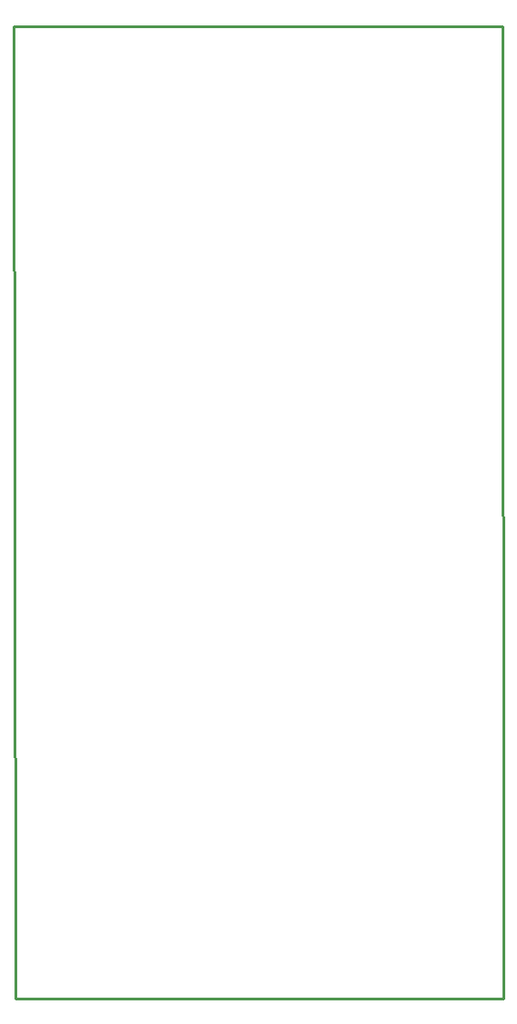
<source format=gko>
G04 Layer: BoardOutlineLayer*
G04 EasyEDA v6.5.47, 2024-12-05 12:15:10*
G04 a8db0baa4c074055b0eece098b67d136,1af081c9d9ee461384659aa0797497b1,10*
G04 Gerber Generator version 0.2*
G04 Scale: 100 percent, Rotated: No, Reflected: No *
G04 Dimensions in millimeters *
G04 leading zeros omitted , absolute positions ,4 integer and 5 decimal *
%FSLAX45Y45*%
%MOMM*%

%ADD10C,0.2540*%
D10*
X520700Y10147300D02*
G01*
X5080000Y10147300D01*
X5092700Y1079500D01*
X533400Y1079500D01*
X520700Y10147300D01*

%LPD*%
M02*

</source>
